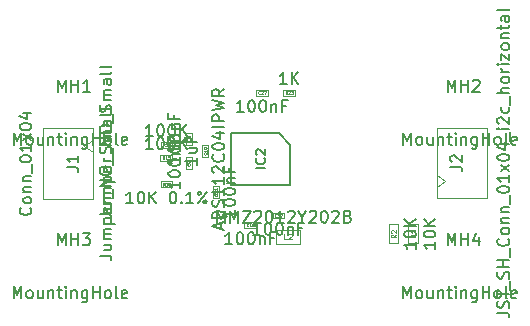
<source format=gbr>
G04 #@! TF.GenerationSoftware,KiCad,Pcbnew,(5.1.5-0)*
G04 #@! TF.CreationDate,2022-03-30T10:24:23-06:00*
G04 #@! TF.ProjectId,two-wire-single,74776f2d-7769-4726-952d-73696e676c65,rev?*
G04 #@! TF.SameCoordinates,Original*
G04 #@! TF.FileFunction,Other,Fab,Top*
%FSLAX46Y46*%
G04 Gerber Fmt 4.6, Leading zero omitted, Abs format (unit mm)*
G04 Created by KiCad (PCBNEW (5.1.5-0)) date 2022-03-30 10:24:23*
%MOMM*%
%LPD*%
G04 APERTURE LIST*
%ADD10C,0.100000*%
%ADD11C,0.150000*%
%ADD12C,0.060000*%
%ADD13C,0.040000*%
%ADD14C,0.080000*%
G04 APERTURE END LIST*
D10*
X134782107Y-92000000D02*
X134075000Y-91500000D01*
X134075000Y-92500000D02*
X134782107Y-92000000D01*
X134075000Y-87500000D02*
X138325000Y-87500000D01*
X134075000Y-93500000D02*
X138325000Y-93500000D01*
X138325000Y-93500000D02*
X138325000Y-87500000D01*
X134075000Y-93500000D02*
X134075000Y-87500000D01*
X130800000Y-95700000D02*
X130800000Y-97300000D01*
X130000000Y-95700000D02*
X130800000Y-95700000D01*
X130000000Y-97300000D02*
X130000000Y-95700000D01*
X130800000Y-97300000D02*
X130000000Y-97300000D01*
X132450000Y-95700000D02*
X132450000Y-97300000D01*
X131650000Y-95700000D02*
X132450000Y-95700000D01*
X131650000Y-97300000D02*
X131650000Y-95700000D01*
X132450000Y-97300000D02*
X131650000Y-97300000D01*
X121050000Y-84300000D02*
X122050000Y-84300000D01*
X121050000Y-84800000D02*
X121050000Y-84300000D01*
X122050000Y-84800000D02*
X121050000Y-84800000D01*
X122050000Y-84300000D02*
X122050000Y-84800000D01*
X110650000Y-89800000D02*
X111650000Y-89800000D01*
X110650000Y-90300000D02*
X110650000Y-89800000D01*
X111650000Y-90300000D02*
X110650000Y-90300000D01*
X111650000Y-89800000D02*
X111650000Y-90300000D01*
X110665000Y-88700000D02*
X111665000Y-88700000D01*
X110665000Y-89200000D02*
X110665000Y-88700000D01*
X111665000Y-89200000D02*
X110665000Y-89200000D01*
X111665000Y-88700000D02*
X111665000Y-89200000D01*
X111668000Y-92550000D02*
X110668000Y-92550000D01*
X111668000Y-92050000D02*
X111668000Y-92550000D01*
X110668000Y-92050000D02*
X111668000Y-92050000D01*
X110668000Y-92550000D02*
X110668000Y-92050000D01*
X119750000Y-84800000D02*
X118750000Y-84800000D01*
X119750000Y-84300000D02*
X119750000Y-84800000D01*
X118750000Y-84300000D02*
X119750000Y-84300000D01*
X118750000Y-84800000D02*
X118750000Y-84300000D01*
X118765000Y-96000000D02*
X117765000Y-96000000D01*
X118765000Y-95500000D02*
X118765000Y-96000000D01*
X117765000Y-95500000D02*
X118765000Y-95500000D01*
X117765000Y-96000000D02*
X117765000Y-95500000D01*
X121150000Y-95200000D02*
X120150000Y-95200000D01*
X121150000Y-94700000D02*
X121150000Y-95200000D01*
X120150000Y-94700000D02*
X121150000Y-94700000D01*
X120150000Y-95200000D02*
X120150000Y-94700000D01*
X115600000Y-92475000D02*
X115600000Y-93475000D01*
X115100000Y-92475000D02*
X115600000Y-92475000D01*
X115100000Y-93475000D02*
X115100000Y-92475000D01*
X115600000Y-93475000D02*
X115100000Y-93475000D01*
X114200000Y-89975000D02*
X114200000Y-88975000D01*
X114700000Y-89975000D02*
X114200000Y-89975000D01*
X114700000Y-88975000D02*
X114700000Y-89975000D01*
X114200000Y-88975000D02*
X114700000Y-88975000D01*
X112800000Y-91035000D02*
X112800000Y-90035000D01*
X113300000Y-91035000D02*
X112800000Y-91035000D01*
X113300000Y-90035000D02*
X113300000Y-91035000D01*
X112800000Y-90035000D02*
X113300000Y-90035000D01*
X112800000Y-88950000D02*
X112800000Y-87950000D01*
X113300000Y-88950000D02*
X112800000Y-88950000D01*
X113300000Y-87950000D02*
X113300000Y-88950000D01*
X112800000Y-87950000D02*
X113300000Y-87950000D01*
X104217893Y-89050000D02*
X104925000Y-89550000D01*
X104925000Y-88550000D02*
X104217893Y-89050000D01*
X104925000Y-93550000D02*
X100675000Y-93550000D01*
X104925000Y-87550000D02*
X100675000Y-87550000D01*
X100675000Y-87550000D02*
X100675000Y-93550000D01*
X104925000Y-87550000D02*
X104925000Y-93550000D01*
D11*
X120650000Y-87950000D02*
X121650000Y-88950000D01*
X116650000Y-87950000D02*
X120650000Y-87950000D01*
X116650000Y-92350000D02*
X116650000Y-87950000D01*
X121650000Y-92350000D02*
X116650000Y-92350000D01*
X121650000Y-88950000D02*
X121650000Y-92350000D01*
D10*
X120450000Y-96150000D02*
X122450000Y-96150000D01*
X120450000Y-97350000D02*
X120450000Y-96150000D01*
X122450000Y-97350000D02*
X120450000Y-97350000D01*
X122450000Y-96150000D02*
X122450000Y-97350000D01*
D11*
X139182380Y-103190476D02*
X139896666Y-103190476D01*
X140039523Y-103238095D01*
X140134761Y-103333333D01*
X140182380Y-103476190D01*
X140182380Y-103571428D01*
X140134761Y-102761904D02*
X140182380Y-102619047D01*
X140182380Y-102380952D01*
X140134761Y-102285714D01*
X140087142Y-102238095D01*
X139991904Y-102190476D01*
X139896666Y-102190476D01*
X139801428Y-102238095D01*
X139753809Y-102285714D01*
X139706190Y-102380952D01*
X139658571Y-102571428D01*
X139610952Y-102666666D01*
X139563333Y-102714285D01*
X139468095Y-102761904D01*
X139372857Y-102761904D01*
X139277619Y-102714285D01*
X139230000Y-102666666D01*
X139182380Y-102571428D01*
X139182380Y-102333333D01*
X139230000Y-102190476D01*
X139182380Y-101904761D02*
X139182380Y-101333333D01*
X140182380Y-101619047D02*
X139182380Y-101619047D01*
X140277619Y-101238095D02*
X140277619Y-100476190D01*
X140134761Y-100285714D02*
X140182380Y-100142857D01*
X140182380Y-99904761D01*
X140134761Y-99809523D01*
X140087142Y-99761904D01*
X139991904Y-99714285D01*
X139896666Y-99714285D01*
X139801428Y-99761904D01*
X139753809Y-99809523D01*
X139706190Y-99904761D01*
X139658571Y-100095238D01*
X139610952Y-100190476D01*
X139563333Y-100238095D01*
X139468095Y-100285714D01*
X139372857Y-100285714D01*
X139277619Y-100238095D01*
X139230000Y-100190476D01*
X139182380Y-100095238D01*
X139182380Y-99857142D01*
X139230000Y-99714285D01*
X140182380Y-99285714D02*
X139182380Y-99285714D01*
X139658571Y-99285714D02*
X139658571Y-98714285D01*
X140182380Y-98714285D02*
X139182380Y-98714285D01*
X140277619Y-98476190D02*
X140277619Y-97714285D01*
X140087142Y-96904761D02*
X140134761Y-96952380D01*
X140182380Y-97095238D01*
X140182380Y-97190476D01*
X140134761Y-97333333D01*
X140039523Y-97428571D01*
X139944285Y-97476190D01*
X139753809Y-97523809D01*
X139610952Y-97523809D01*
X139420476Y-97476190D01*
X139325238Y-97428571D01*
X139230000Y-97333333D01*
X139182380Y-97190476D01*
X139182380Y-97095238D01*
X139230000Y-96952380D01*
X139277619Y-96904761D01*
X140182380Y-96333333D02*
X140134761Y-96428571D01*
X140087142Y-96476190D01*
X139991904Y-96523809D01*
X139706190Y-96523809D01*
X139610952Y-96476190D01*
X139563333Y-96428571D01*
X139515714Y-96333333D01*
X139515714Y-96190476D01*
X139563333Y-96095238D01*
X139610952Y-96047619D01*
X139706190Y-96000000D01*
X139991904Y-96000000D01*
X140087142Y-96047619D01*
X140134761Y-96095238D01*
X140182380Y-96190476D01*
X140182380Y-96333333D01*
X139515714Y-95571428D02*
X140182380Y-95571428D01*
X139610952Y-95571428D02*
X139563333Y-95523809D01*
X139515714Y-95428571D01*
X139515714Y-95285714D01*
X139563333Y-95190476D01*
X139658571Y-95142857D01*
X140182380Y-95142857D01*
X139515714Y-94666666D02*
X140182380Y-94666666D01*
X139610952Y-94666666D02*
X139563333Y-94619047D01*
X139515714Y-94523809D01*
X139515714Y-94380952D01*
X139563333Y-94285714D01*
X139658571Y-94238095D01*
X140182380Y-94238095D01*
X140277619Y-94000000D02*
X140277619Y-93238095D01*
X139182380Y-92809523D02*
X139182380Y-92714285D01*
X139230000Y-92619047D01*
X139277619Y-92571428D01*
X139372857Y-92523809D01*
X139563333Y-92476190D01*
X139801428Y-92476190D01*
X139991904Y-92523809D01*
X140087142Y-92571428D01*
X140134761Y-92619047D01*
X140182380Y-92714285D01*
X140182380Y-92809523D01*
X140134761Y-92904761D01*
X140087142Y-92952380D01*
X139991904Y-93000000D01*
X139801428Y-93047619D01*
X139563333Y-93047619D01*
X139372857Y-93000000D01*
X139277619Y-92952380D01*
X139230000Y-92904761D01*
X139182380Y-92809523D01*
X140182380Y-91523809D02*
X140182380Y-92095238D01*
X140182380Y-91809523D02*
X139182380Y-91809523D01*
X139325238Y-91904761D01*
X139420476Y-92000000D01*
X139468095Y-92095238D01*
X140182380Y-91190476D02*
X139515714Y-90666666D01*
X139515714Y-91190476D02*
X140182380Y-90666666D01*
X139182380Y-90095238D02*
X139182380Y-90000000D01*
X139230000Y-89904761D01*
X139277619Y-89857142D01*
X139372857Y-89809523D01*
X139563333Y-89761904D01*
X139801428Y-89761904D01*
X139991904Y-89809523D01*
X140087142Y-89857142D01*
X140134761Y-89904761D01*
X140182380Y-90000000D01*
X140182380Y-90095238D01*
X140134761Y-90190476D01*
X140087142Y-90238095D01*
X139991904Y-90285714D01*
X139801428Y-90333333D01*
X139563333Y-90333333D01*
X139372857Y-90285714D01*
X139277619Y-90238095D01*
X139230000Y-90190476D01*
X139182380Y-90095238D01*
X139515714Y-88904761D02*
X140182380Y-88904761D01*
X139134761Y-89142857D02*
X139849047Y-89380952D01*
X139849047Y-88761904D01*
X140277619Y-88619047D02*
X140277619Y-87857142D01*
X140182380Y-87619047D02*
X139515714Y-87619047D01*
X139182380Y-87619047D02*
X139230000Y-87666666D01*
X139277619Y-87619047D01*
X139230000Y-87571428D01*
X139182380Y-87619047D01*
X139277619Y-87619047D01*
X139277619Y-87190476D02*
X139230000Y-87142857D01*
X139182380Y-87047619D01*
X139182380Y-86809523D01*
X139230000Y-86714285D01*
X139277619Y-86666666D01*
X139372857Y-86619047D01*
X139468095Y-86619047D01*
X139610952Y-86666666D01*
X140182380Y-87238095D01*
X140182380Y-86619047D01*
X140134761Y-85761904D02*
X140182380Y-85857142D01*
X140182380Y-86047619D01*
X140134761Y-86142857D01*
X140087142Y-86190476D01*
X139991904Y-86238095D01*
X139706190Y-86238095D01*
X139610952Y-86190476D01*
X139563333Y-86142857D01*
X139515714Y-86047619D01*
X139515714Y-85857142D01*
X139563333Y-85761904D01*
X140277619Y-85571428D02*
X140277619Y-84809523D01*
X140182380Y-84571428D02*
X139182380Y-84571428D01*
X140182380Y-84142857D02*
X139658571Y-84142857D01*
X139563333Y-84190476D01*
X139515714Y-84285714D01*
X139515714Y-84428571D01*
X139563333Y-84523809D01*
X139610952Y-84571428D01*
X140182380Y-83523809D02*
X140134761Y-83619047D01*
X140087142Y-83666666D01*
X139991904Y-83714285D01*
X139706190Y-83714285D01*
X139610952Y-83666666D01*
X139563333Y-83619047D01*
X139515714Y-83523809D01*
X139515714Y-83380952D01*
X139563333Y-83285714D01*
X139610952Y-83238095D01*
X139706190Y-83190476D01*
X139991904Y-83190476D01*
X140087142Y-83238095D01*
X140134761Y-83285714D01*
X140182380Y-83380952D01*
X140182380Y-83523809D01*
X140182380Y-82761904D02*
X139515714Y-82761904D01*
X139706190Y-82761904D02*
X139610952Y-82714285D01*
X139563333Y-82666666D01*
X139515714Y-82571428D01*
X139515714Y-82476190D01*
X140182380Y-82142857D02*
X139515714Y-82142857D01*
X139182380Y-82142857D02*
X139230000Y-82190476D01*
X139277619Y-82142857D01*
X139230000Y-82095238D01*
X139182380Y-82142857D01*
X139277619Y-82142857D01*
X139515714Y-81761904D02*
X139515714Y-81238095D01*
X140182380Y-81761904D01*
X140182380Y-81238095D01*
X140182380Y-80714285D02*
X140134761Y-80809523D01*
X140087142Y-80857142D01*
X139991904Y-80904761D01*
X139706190Y-80904761D01*
X139610952Y-80857142D01*
X139563333Y-80809523D01*
X139515714Y-80714285D01*
X139515714Y-80571428D01*
X139563333Y-80476190D01*
X139610952Y-80428571D01*
X139706190Y-80380952D01*
X139991904Y-80380952D01*
X140087142Y-80428571D01*
X140134761Y-80476190D01*
X140182380Y-80571428D01*
X140182380Y-80714285D01*
X139515714Y-79952380D02*
X140182380Y-79952380D01*
X139610952Y-79952380D02*
X139563333Y-79904761D01*
X139515714Y-79809523D01*
X139515714Y-79666666D01*
X139563333Y-79571428D01*
X139658571Y-79523809D01*
X140182380Y-79523809D01*
X139515714Y-79190476D02*
X139515714Y-78809523D01*
X139182380Y-79047619D02*
X140039523Y-79047619D01*
X140134761Y-79000000D01*
X140182380Y-78904761D01*
X140182380Y-78809523D01*
X140182380Y-78047619D02*
X139658571Y-78047619D01*
X139563333Y-78095238D01*
X139515714Y-78190476D01*
X139515714Y-78380952D01*
X139563333Y-78476190D01*
X140134761Y-78047619D02*
X140182380Y-78142857D01*
X140182380Y-78380952D01*
X140134761Y-78476190D01*
X140039523Y-78523809D01*
X139944285Y-78523809D01*
X139849047Y-78476190D01*
X139801428Y-78380952D01*
X139801428Y-78142857D01*
X139753809Y-78047619D01*
X140182380Y-77428571D02*
X140134761Y-77523809D01*
X140039523Y-77571428D01*
X139182380Y-77571428D01*
X135202380Y-90833333D02*
X135916666Y-90833333D01*
X136059523Y-90880952D01*
X136154761Y-90976190D01*
X136202380Y-91119047D01*
X136202380Y-91214285D01*
X135297619Y-90404761D02*
X135250000Y-90357142D01*
X135202380Y-90261904D01*
X135202380Y-90023809D01*
X135250000Y-89928571D01*
X135297619Y-89880952D01*
X135392857Y-89833333D01*
X135488095Y-89833333D01*
X135630952Y-89880952D01*
X136202380Y-90452380D01*
X136202380Y-89833333D01*
X132282380Y-97190476D02*
X132282380Y-97761904D01*
X132282380Y-97476190D02*
X131282380Y-97476190D01*
X131425238Y-97571428D01*
X131520476Y-97666666D01*
X131568095Y-97761904D01*
X131282380Y-96571428D02*
X131282380Y-96476190D01*
X131330000Y-96380952D01*
X131377619Y-96333333D01*
X131472857Y-96285714D01*
X131663333Y-96238095D01*
X131901428Y-96238095D01*
X132091904Y-96285714D01*
X132187142Y-96333333D01*
X132234761Y-96380952D01*
X132282380Y-96476190D01*
X132282380Y-96571428D01*
X132234761Y-96666666D01*
X132187142Y-96714285D01*
X132091904Y-96761904D01*
X131901428Y-96809523D01*
X131663333Y-96809523D01*
X131472857Y-96761904D01*
X131377619Y-96714285D01*
X131330000Y-96666666D01*
X131282380Y-96571428D01*
X132282380Y-95809523D02*
X131282380Y-95809523D01*
X132282380Y-95238095D02*
X131710952Y-95666666D01*
X131282380Y-95238095D02*
X131853809Y-95809523D01*
D12*
X130580952Y-96566666D02*
X130390476Y-96700000D01*
X130580952Y-96795238D02*
X130180952Y-96795238D01*
X130180952Y-96642857D01*
X130200000Y-96604761D01*
X130219047Y-96585714D01*
X130257142Y-96566666D01*
X130314285Y-96566666D01*
X130352380Y-96585714D01*
X130371428Y-96604761D01*
X130390476Y-96642857D01*
X130390476Y-96795238D01*
X130219047Y-96414285D02*
X130200000Y-96395238D01*
X130180952Y-96357142D01*
X130180952Y-96261904D01*
X130200000Y-96223809D01*
X130219047Y-96204761D01*
X130257142Y-96185714D01*
X130295238Y-96185714D01*
X130352380Y-96204761D01*
X130580952Y-96433333D01*
X130580952Y-96185714D01*
D11*
X133932380Y-97190476D02*
X133932380Y-97761904D01*
X133932380Y-97476190D02*
X132932380Y-97476190D01*
X133075238Y-97571428D01*
X133170476Y-97666666D01*
X133218095Y-97761904D01*
X132932380Y-96571428D02*
X132932380Y-96476190D01*
X132980000Y-96380952D01*
X133027619Y-96333333D01*
X133122857Y-96285714D01*
X133313333Y-96238095D01*
X133551428Y-96238095D01*
X133741904Y-96285714D01*
X133837142Y-96333333D01*
X133884761Y-96380952D01*
X133932380Y-96476190D01*
X133932380Y-96571428D01*
X133884761Y-96666666D01*
X133837142Y-96714285D01*
X133741904Y-96761904D01*
X133551428Y-96809523D01*
X133313333Y-96809523D01*
X133122857Y-96761904D01*
X133027619Y-96714285D01*
X132980000Y-96666666D01*
X132932380Y-96571428D01*
X133932380Y-95809523D02*
X132932380Y-95809523D01*
X133932380Y-95238095D02*
X133360952Y-95666666D01*
X132932380Y-95238095D02*
X133503809Y-95809523D01*
D12*
X132230952Y-96566666D02*
X132040476Y-96700000D01*
X132230952Y-96795238D02*
X131830952Y-96795238D01*
X131830952Y-96642857D01*
X131850000Y-96604761D01*
X131869047Y-96585714D01*
X131907142Y-96566666D01*
X131964285Y-96566666D01*
X132002380Y-96585714D01*
X132021428Y-96604761D01*
X132040476Y-96642857D01*
X132040476Y-96795238D01*
X132230952Y-96185714D02*
X132230952Y-96414285D01*
X132230952Y-96300000D02*
X131830952Y-96300000D01*
X131888095Y-96338095D01*
X131926190Y-96376190D01*
X131945238Y-96414285D01*
D11*
X98214285Y-88952380D02*
X98214285Y-87952380D01*
X98547619Y-88666666D01*
X98880952Y-87952380D01*
X98880952Y-88952380D01*
X99500000Y-88952380D02*
X99404761Y-88904761D01*
X99357142Y-88857142D01*
X99309523Y-88761904D01*
X99309523Y-88476190D01*
X99357142Y-88380952D01*
X99404761Y-88333333D01*
X99500000Y-88285714D01*
X99642857Y-88285714D01*
X99738095Y-88333333D01*
X99785714Y-88380952D01*
X99833333Y-88476190D01*
X99833333Y-88761904D01*
X99785714Y-88857142D01*
X99738095Y-88904761D01*
X99642857Y-88952380D01*
X99500000Y-88952380D01*
X100690476Y-88285714D02*
X100690476Y-88952380D01*
X100261904Y-88285714D02*
X100261904Y-88809523D01*
X100309523Y-88904761D01*
X100404761Y-88952380D01*
X100547619Y-88952380D01*
X100642857Y-88904761D01*
X100690476Y-88857142D01*
X101166666Y-88285714D02*
X101166666Y-88952380D01*
X101166666Y-88380952D02*
X101214285Y-88333333D01*
X101309523Y-88285714D01*
X101452380Y-88285714D01*
X101547619Y-88333333D01*
X101595238Y-88428571D01*
X101595238Y-88952380D01*
X101928571Y-88285714D02*
X102309523Y-88285714D01*
X102071428Y-87952380D02*
X102071428Y-88809523D01*
X102119047Y-88904761D01*
X102214285Y-88952380D01*
X102309523Y-88952380D01*
X102642857Y-88952380D02*
X102642857Y-88285714D01*
X102642857Y-87952380D02*
X102595238Y-88000000D01*
X102642857Y-88047619D01*
X102690476Y-88000000D01*
X102642857Y-87952380D01*
X102642857Y-88047619D01*
X103119047Y-88285714D02*
X103119047Y-88952380D01*
X103119047Y-88380952D02*
X103166666Y-88333333D01*
X103261904Y-88285714D01*
X103404761Y-88285714D01*
X103500000Y-88333333D01*
X103547619Y-88428571D01*
X103547619Y-88952380D01*
X104452380Y-88285714D02*
X104452380Y-89095238D01*
X104404761Y-89190476D01*
X104357142Y-89238095D01*
X104261904Y-89285714D01*
X104119047Y-89285714D01*
X104023809Y-89238095D01*
X104452380Y-88904761D02*
X104357142Y-88952380D01*
X104166666Y-88952380D01*
X104071428Y-88904761D01*
X104023809Y-88857142D01*
X103976190Y-88761904D01*
X103976190Y-88476190D01*
X104023809Y-88380952D01*
X104071428Y-88333333D01*
X104166666Y-88285714D01*
X104357142Y-88285714D01*
X104452380Y-88333333D01*
X104928571Y-88952380D02*
X104928571Y-87952380D01*
X104928571Y-88428571D02*
X105500000Y-88428571D01*
X105500000Y-88952380D02*
X105500000Y-87952380D01*
X106119047Y-88952380D02*
X106023809Y-88904761D01*
X105976190Y-88857142D01*
X105928571Y-88761904D01*
X105928571Y-88476190D01*
X105976190Y-88380952D01*
X106023809Y-88333333D01*
X106119047Y-88285714D01*
X106261904Y-88285714D01*
X106357142Y-88333333D01*
X106404761Y-88380952D01*
X106452380Y-88476190D01*
X106452380Y-88761904D01*
X106404761Y-88857142D01*
X106357142Y-88904761D01*
X106261904Y-88952380D01*
X106119047Y-88952380D01*
X107023809Y-88952380D02*
X106928571Y-88904761D01*
X106880952Y-88809523D01*
X106880952Y-87952380D01*
X107785714Y-88904761D02*
X107690476Y-88952380D01*
X107500000Y-88952380D01*
X107404761Y-88904761D01*
X107357142Y-88809523D01*
X107357142Y-88428571D01*
X107404761Y-88333333D01*
X107500000Y-88285714D01*
X107690476Y-88285714D01*
X107785714Y-88333333D01*
X107833333Y-88428571D01*
X107833333Y-88523809D01*
X107357142Y-88619047D01*
X101966666Y-84452380D02*
X101966666Y-83452380D01*
X102300000Y-84166666D01*
X102633333Y-83452380D01*
X102633333Y-84452380D01*
X103109523Y-84452380D02*
X103109523Y-83452380D01*
X103109523Y-83928571D02*
X103680952Y-83928571D01*
X103680952Y-84452380D02*
X103680952Y-83452380D01*
X104680952Y-84452380D02*
X104109523Y-84452380D01*
X104395238Y-84452380D02*
X104395238Y-83452380D01*
X104300000Y-83595238D01*
X104204761Y-83690476D01*
X104109523Y-83738095D01*
X131214285Y-88952380D02*
X131214285Y-87952380D01*
X131547619Y-88666666D01*
X131880952Y-87952380D01*
X131880952Y-88952380D01*
X132500000Y-88952380D02*
X132404761Y-88904761D01*
X132357142Y-88857142D01*
X132309523Y-88761904D01*
X132309523Y-88476190D01*
X132357142Y-88380952D01*
X132404761Y-88333333D01*
X132500000Y-88285714D01*
X132642857Y-88285714D01*
X132738095Y-88333333D01*
X132785714Y-88380952D01*
X132833333Y-88476190D01*
X132833333Y-88761904D01*
X132785714Y-88857142D01*
X132738095Y-88904761D01*
X132642857Y-88952380D01*
X132500000Y-88952380D01*
X133690476Y-88285714D02*
X133690476Y-88952380D01*
X133261904Y-88285714D02*
X133261904Y-88809523D01*
X133309523Y-88904761D01*
X133404761Y-88952380D01*
X133547619Y-88952380D01*
X133642857Y-88904761D01*
X133690476Y-88857142D01*
X134166666Y-88285714D02*
X134166666Y-88952380D01*
X134166666Y-88380952D02*
X134214285Y-88333333D01*
X134309523Y-88285714D01*
X134452380Y-88285714D01*
X134547619Y-88333333D01*
X134595238Y-88428571D01*
X134595238Y-88952380D01*
X134928571Y-88285714D02*
X135309523Y-88285714D01*
X135071428Y-87952380D02*
X135071428Y-88809523D01*
X135119047Y-88904761D01*
X135214285Y-88952380D01*
X135309523Y-88952380D01*
X135642857Y-88952380D02*
X135642857Y-88285714D01*
X135642857Y-87952380D02*
X135595238Y-88000000D01*
X135642857Y-88047619D01*
X135690476Y-88000000D01*
X135642857Y-87952380D01*
X135642857Y-88047619D01*
X136119047Y-88285714D02*
X136119047Y-88952380D01*
X136119047Y-88380952D02*
X136166666Y-88333333D01*
X136261904Y-88285714D01*
X136404761Y-88285714D01*
X136500000Y-88333333D01*
X136547619Y-88428571D01*
X136547619Y-88952380D01*
X137452380Y-88285714D02*
X137452380Y-89095238D01*
X137404761Y-89190476D01*
X137357142Y-89238095D01*
X137261904Y-89285714D01*
X137119047Y-89285714D01*
X137023809Y-89238095D01*
X137452380Y-88904761D02*
X137357142Y-88952380D01*
X137166666Y-88952380D01*
X137071428Y-88904761D01*
X137023809Y-88857142D01*
X136976190Y-88761904D01*
X136976190Y-88476190D01*
X137023809Y-88380952D01*
X137071428Y-88333333D01*
X137166666Y-88285714D01*
X137357142Y-88285714D01*
X137452380Y-88333333D01*
X137928571Y-88952380D02*
X137928571Y-87952380D01*
X137928571Y-88428571D02*
X138500000Y-88428571D01*
X138500000Y-88952380D02*
X138500000Y-87952380D01*
X139119047Y-88952380D02*
X139023809Y-88904761D01*
X138976190Y-88857142D01*
X138928571Y-88761904D01*
X138928571Y-88476190D01*
X138976190Y-88380952D01*
X139023809Y-88333333D01*
X139119047Y-88285714D01*
X139261904Y-88285714D01*
X139357142Y-88333333D01*
X139404761Y-88380952D01*
X139452380Y-88476190D01*
X139452380Y-88761904D01*
X139404761Y-88857142D01*
X139357142Y-88904761D01*
X139261904Y-88952380D01*
X139119047Y-88952380D01*
X140023809Y-88952380D02*
X139928571Y-88904761D01*
X139880952Y-88809523D01*
X139880952Y-87952380D01*
X140785714Y-88904761D02*
X140690476Y-88952380D01*
X140500000Y-88952380D01*
X140404761Y-88904761D01*
X140357142Y-88809523D01*
X140357142Y-88428571D01*
X140404761Y-88333333D01*
X140500000Y-88285714D01*
X140690476Y-88285714D01*
X140785714Y-88333333D01*
X140833333Y-88428571D01*
X140833333Y-88523809D01*
X140357142Y-88619047D01*
X134966666Y-84452380D02*
X134966666Y-83452380D01*
X135300000Y-84166666D01*
X135633333Y-83452380D01*
X135633333Y-84452380D01*
X136109523Y-84452380D02*
X136109523Y-83452380D01*
X136109523Y-83928571D02*
X136680952Y-83928571D01*
X136680952Y-84452380D02*
X136680952Y-83452380D01*
X137109523Y-83547619D02*
X137157142Y-83500000D01*
X137252380Y-83452380D01*
X137490476Y-83452380D01*
X137585714Y-83500000D01*
X137633333Y-83547619D01*
X137680952Y-83642857D01*
X137680952Y-83738095D01*
X137633333Y-83880952D01*
X137061904Y-84452380D01*
X137680952Y-84452380D01*
X98214285Y-101952380D02*
X98214285Y-100952380D01*
X98547619Y-101666666D01*
X98880952Y-100952380D01*
X98880952Y-101952380D01*
X99500000Y-101952380D02*
X99404761Y-101904761D01*
X99357142Y-101857142D01*
X99309523Y-101761904D01*
X99309523Y-101476190D01*
X99357142Y-101380952D01*
X99404761Y-101333333D01*
X99500000Y-101285714D01*
X99642857Y-101285714D01*
X99738095Y-101333333D01*
X99785714Y-101380952D01*
X99833333Y-101476190D01*
X99833333Y-101761904D01*
X99785714Y-101857142D01*
X99738095Y-101904761D01*
X99642857Y-101952380D01*
X99500000Y-101952380D01*
X100690476Y-101285714D02*
X100690476Y-101952380D01*
X100261904Y-101285714D02*
X100261904Y-101809523D01*
X100309523Y-101904761D01*
X100404761Y-101952380D01*
X100547619Y-101952380D01*
X100642857Y-101904761D01*
X100690476Y-101857142D01*
X101166666Y-101285714D02*
X101166666Y-101952380D01*
X101166666Y-101380952D02*
X101214285Y-101333333D01*
X101309523Y-101285714D01*
X101452380Y-101285714D01*
X101547619Y-101333333D01*
X101595238Y-101428571D01*
X101595238Y-101952380D01*
X101928571Y-101285714D02*
X102309523Y-101285714D01*
X102071428Y-100952380D02*
X102071428Y-101809523D01*
X102119047Y-101904761D01*
X102214285Y-101952380D01*
X102309523Y-101952380D01*
X102642857Y-101952380D02*
X102642857Y-101285714D01*
X102642857Y-100952380D02*
X102595238Y-101000000D01*
X102642857Y-101047619D01*
X102690476Y-101000000D01*
X102642857Y-100952380D01*
X102642857Y-101047619D01*
X103119047Y-101285714D02*
X103119047Y-101952380D01*
X103119047Y-101380952D02*
X103166666Y-101333333D01*
X103261904Y-101285714D01*
X103404761Y-101285714D01*
X103500000Y-101333333D01*
X103547619Y-101428571D01*
X103547619Y-101952380D01*
X104452380Y-101285714D02*
X104452380Y-102095238D01*
X104404761Y-102190476D01*
X104357142Y-102238095D01*
X104261904Y-102285714D01*
X104119047Y-102285714D01*
X104023809Y-102238095D01*
X104452380Y-101904761D02*
X104357142Y-101952380D01*
X104166666Y-101952380D01*
X104071428Y-101904761D01*
X104023809Y-101857142D01*
X103976190Y-101761904D01*
X103976190Y-101476190D01*
X104023809Y-101380952D01*
X104071428Y-101333333D01*
X104166666Y-101285714D01*
X104357142Y-101285714D01*
X104452380Y-101333333D01*
X104928571Y-101952380D02*
X104928571Y-100952380D01*
X104928571Y-101428571D02*
X105500000Y-101428571D01*
X105500000Y-101952380D02*
X105500000Y-100952380D01*
X106119047Y-101952380D02*
X106023809Y-101904761D01*
X105976190Y-101857142D01*
X105928571Y-101761904D01*
X105928571Y-101476190D01*
X105976190Y-101380952D01*
X106023809Y-101333333D01*
X106119047Y-101285714D01*
X106261904Y-101285714D01*
X106357142Y-101333333D01*
X106404761Y-101380952D01*
X106452380Y-101476190D01*
X106452380Y-101761904D01*
X106404761Y-101857142D01*
X106357142Y-101904761D01*
X106261904Y-101952380D01*
X106119047Y-101952380D01*
X107023809Y-101952380D02*
X106928571Y-101904761D01*
X106880952Y-101809523D01*
X106880952Y-100952380D01*
X107785714Y-101904761D02*
X107690476Y-101952380D01*
X107500000Y-101952380D01*
X107404761Y-101904761D01*
X107357142Y-101809523D01*
X107357142Y-101428571D01*
X107404761Y-101333333D01*
X107500000Y-101285714D01*
X107690476Y-101285714D01*
X107785714Y-101333333D01*
X107833333Y-101428571D01*
X107833333Y-101523809D01*
X107357142Y-101619047D01*
X101966666Y-97452380D02*
X101966666Y-96452380D01*
X102300000Y-97166666D01*
X102633333Y-96452380D01*
X102633333Y-97452380D01*
X103109523Y-97452380D02*
X103109523Y-96452380D01*
X103109523Y-96928571D02*
X103680952Y-96928571D01*
X103680952Y-97452380D02*
X103680952Y-96452380D01*
X104061904Y-96452380D02*
X104680952Y-96452380D01*
X104347619Y-96833333D01*
X104490476Y-96833333D01*
X104585714Y-96880952D01*
X104633333Y-96928571D01*
X104680952Y-97023809D01*
X104680952Y-97261904D01*
X104633333Y-97357142D01*
X104585714Y-97404761D01*
X104490476Y-97452380D01*
X104204761Y-97452380D01*
X104109523Y-97404761D01*
X104061904Y-97357142D01*
X131214285Y-101952380D02*
X131214285Y-100952380D01*
X131547619Y-101666666D01*
X131880952Y-100952380D01*
X131880952Y-101952380D01*
X132500000Y-101952380D02*
X132404761Y-101904761D01*
X132357142Y-101857142D01*
X132309523Y-101761904D01*
X132309523Y-101476190D01*
X132357142Y-101380952D01*
X132404761Y-101333333D01*
X132500000Y-101285714D01*
X132642857Y-101285714D01*
X132738095Y-101333333D01*
X132785714Y-101380952D01*
X132833333Y-101476190D01*
X132833333Y-101761904D01*
X132785714Y-101857142D01*
X132738095Y-101904761D01*
X132642857Y-101952380D01*
X132500000Y-101952380D01*
X133690476Y-101285714D02*
X133690476Y-101952380D01*
X133261904Y-101285714D02*
X133261904Y-101809523D01*
X133309523Y-101904761D01*
X133404761Y-101952380D01*
X133547619Y-101952380D01*
X133642857Y-101904761D01*
X133690476Y-101857142D01*
X134166666Y-101285714D02*
X134166666Y-101952380D01*
X134166666Y-101380952D02*
X134214285Y-101333333D01*
X134309523Y-101285714D01*
X134452380Y-101285714D01*
X134547619Y-101333333D01*
X134595238Y-101428571D01*
X134595238Y-101952380D01*
X134928571Y-101285714D02*
X135309523Y-101285714D01*
X135071428Y-100952380D02*
X135071428Y-101809523D01*
X135119047Y-101904761D01*
X135214285Y-101952380D01*
X135309523Y-101952380D01*
X135642857Y-101952380D02*
X135642857Y-101285714D01*
X135642857Y-100952380D02*
X135595238Y-101000000D01*
X135642857Y-101047619D01*
X135690476Y-101000000D01*
X135642857Y-100952380D01*
X135642857Y-101047619D01*
X136119047Y-101285714D02*
X136119047Y-101952380D01*
X136119047Y-101380952D02*
X136166666Y-101333333D01*
X136261904Y-101285714D01*
X136404761Y-101285714D01*
X136500000Y-101333333D01*
X136547619Y-101428571D01*
X136547619Y-101952380D01*
X137452380Y-101285714D02*
X137452380Y-102095238D01*
X137404761Y-102190476D01*
X137357142Y-102238095D01*
X137261904Y-102285714D01*
X137119047Y-102285714D01*
X137023809Y-102238095D01*
X137452380Y-101904761D02*
X137357142Y-101952380D01*
X137166666Y-101952380D01*
X137071428Y-101904761D01*
X137023809Y-101857142D01*
X136976190Y-101761904D01*
X136976190Y-101476190D01*
X137023809Y-101380952D01*
X137071428Y-101333333D01*
X137166666Y-101285714D01*
X137357142Y-101285714D01*
X137452380Y-101333333D01*
X137928571Y-101952380D02*
X137928571Y-100952380D01*
X137928571Y-101428571D02*
X138500000Y-101428571D01*
X138500000Y-101952380D02*
X138500000Y-100952380D01*
X139119047Y-101952380D02*
X139023809Y-101904761D01*
X138976190Y-101857142D01*
X138928571Y-101761904D01*
X138928571Y-101476190D01*
X138976190Y-101380952D01*
X139023809Y-101333333D01*
X139119047Y-101285714D01*
X139261904Y-101285714D01*
X139357142Y-101333333D01*
X139404761Y-101380952D01*
X139452380Y-101476190D01*
X139452380Y-101761904D01*
X139404761Y-101857142D01*
X139357142Y-101904761D01*
X139261904Y-101952380D01*
X139119047Y-101952380D01*
X140023809Y-101952380D02*
X139928571Y-101904761D01*
X139880952Y-101809523D01*
X139880952Y-100952380D01*
X140785714Y-101904761D02*
X140690476Y-101952380D01*
X140500000Y-101952380D01*
X140404761Y-101904761D01*
X140357142Y-101809523D01*
X140357142Y-101428571D01*
X140404761Y-101333333D01*
X140500000Y-101285714D01*
X140690476Y-101285714D01*
X140785714Y-101333333D01*
X140833333Y-101428571D01*
X140833333Y-101523809D01*
X140357142Y-101619047D01*
X134966666Y-97452380D02*
X134966666Y-96452380D01*
X135300000Y-97166666D01*
X135633333Y-96452380D01*
X135633333Y-97452380D01*
X136109523Y-97452380D02*
X136109523Y-96452380D01*
X136109523Y-96928571D02*
X136680952Y-96928571D01*
X136680952Y-97452380D02*
X136680952Y-96452380D01*
X137585714Y-96785714D02*
X137585714Y-97452380D01*
X137347619Y-96404761D02*
X137109523Y-97119047D01*
X137728571Y-97119047D01*
X105502380Y-98345238D02*
X106216666Y-98345238D01*
X106359523Y-98392857D01*
X106454761Y-98488095D01*
X106502380Y-98630952D01*
X106502380Y-98726190D01*
X105835714Y-97440476D02*
X106502380Y-97440476D01*
X105835714Y-97869047D02*
X106359523Y-97869047D01*
X106454761Y-97821428D01*
X106502380Y-97726190D01*
X106502380Y-97583333D01*
X106454761Y-97488095D01*
X106407142Y-97440476D01*
X106502380Y-96964285D02*
X105835714Y-96964285D01*
X105930952Y-96964285D02*
X105883333Y-96916666D01*
X105835714Y-96821428D01*
X105835714Y-96678571D01*
X105883333Y-96583333D01*
X105978571Y-96535714D01*
X106502380Y-96535714D01*
X105978571Y-96535714D02*
X105883333Y-96488095D01*
X105835714Y-96392857D01*
X105835714Y-96250000D01*
X105883333Y-96154761D01*
X105978571Y-96107142D01*
X106502380Y-96107142D01*
X105835714Y-95630952D02*
X106835714Y-95630952D01*
X105883333Y-95630952D02*
X105835714Y-95535714D01*
X105835714Y-95345238D01*
X105883333Y-95250000D01*
X105930952Y-95202380D01*
X106026190Y-95154761D01*
X106311904Y-95154761D01*
X106407142Y-95202380D01*
X106454761Y-95250000D01*
X106502380Y-95345238D01*
X106502380Y-95535714D01*
X106454761Y-95630952D01*
X106454761Y-94345238D02*
X106502380Y-94440476D01*
X106502380Y-94630952D01*
X106454761Y-94726190D01*
X106359523Y-94773809D01*
X105978571Y-94773809D01*
X105883333Y-94726190D01*
X105835714Y-94630952D01*
X105835714Y-94440476D01*
X105883333Y-94345238D01*
X105978571Y-94297619D01*
X106073809Y-94297619D01*
X106169047Y-94773809D01*
X106502380Y-93869047D02*
X105835714Y-93869047D01*
X106026190Y-93869047D02*
X105930952Y-93821428D01*
X105883333Y-93773809D01*
X105835714Y-93678571D01*
X105835714Y-93583333D01*
X106597619Y-93488095D02*
X106597619Y-92726190D01*
X106502380Y-92488095D02*
X105502380Y-92488095D01*
X106502380Y-91916666D01*
X105502380Y-91916666D01*
X105502380Y-91250000D02*
X105502380Y-91059523D01*
X105550000Y-90964285D01*
X105645238Y-90869047D01*
X105835714Y-90821428D01*
X106169047Y-90821428D01*
X106359523Y-90869047D01*
X106454761Y-90964285D01*
X106502380Y-91059523D01*
X106502380Y-91250000D01*
X106454761Y-91345238D01*
X106359523Y-91440476D01*
X106169047Y-91488095D01*
X105835714Y-91488095D01*
X105645238Y-91440476D01*
X105550000Y-91345238D01*
X105502380Y-91250000D01*
X106597619Y-90630952D02*
X106597619Y-89869047D01*
X106454761Y-89678571D02*
X106502380Y-89535714D01*
X106502380Y-89297619D01*
X106454761Y-89202380D01*
X106407142Y-89154761D01*
X106311904Y-89107142D01*
X106216666Y-89107142D01*
X106121428Y-89154761D01*
X106073809Y-89202380D01*
X106026190Y-89297619D01*
X105978571Y-89488095D01*
X105930952Y-89583333D01*
X105883333Y-89630952D01*
X105788095Y-89678571D01*
X105692857Y-89678571D01*
X105597619Y-89630952D01*
X105550000Y-89583333D01*
X105502380Y-89488095D01*
X105502380Y-89250000D01*
X105550000Y-89107142D01*
X106502380Y-88678571D02*
X105835714Y-88678571D01*
X105930952Y-88678571D02*
X105883333Y-88630952D01*
X105835714Y-88535714D01*
X105835714Y-88392857D01*
X105883333Y-88297619D01*
X105978571Y-88250000D01*
X106502380Y-88250000D01*
X105978571Y-88250000D02*
X105883333Y-88202380D01*
X105835714Y-88107142D01*
X105835714Y-87964285D01*
X105883333Y-87869047D01*
X105978571Y-87821428D01*
X106502380Y-87821428D01*
X106502380Y-86916666D02*
X105978571Y-86916666D01*
X105883333Y-86964285D01*
X105835714Y-87059523D01*
X105835714Y-87250000D01*
X105883333Y-87345238D01*
X106454761Y-86916666D02*
X106502380Y-87011904D01*
X106502380Y-87250000D01*
X106454761Y-87345238D01*
X106359523Y-87392857D01*
X106264285Y-87392857D01*
X106169047Y-87345238D01*
X106121428Y-87250000D01*
X106121428Y-87011904D01*
X106073809Y-86916666D01*
X106502380Y-86297619D02*
X106454761Y-86392857D01*
X106359523Y-86440476D01*
X105502380Y-86440476D01*
X106502380Y-85773809D02*
X106454761Y-85869047D01*
X106359523Y-85916666D01*
X105502380Y-85916666D01*
X105502380Y-94845238D02*
X106216666Y-94845238D01*
X106359523Y-94892857D01*
X106454761Y-94988095D01*
X106502380Y-95130952D01*
X106502380Y-95226190D01*
X105835714Y-93940476D02*
X106502380Y-93940476D01*
X105835714Y-94369047D02*
X106359523Y-94369047D01*
X106454761Y-94321428D01*
X106502380Y-94226190D01*
X106502380Y-94083333D01*
X106454761Y-93988095D01*
X106407142Y-93940476D01*
X106502380Y-93464285D02*
X105835714Y-93464285D01*
X105930952Y-93464285D02*
X105883333Y-93416666D01*
X105835714Y-93321428D01*
X105835714Y-93178571D01*
X105883333Y-93083333D01*
X105978571Y-93035714D01*
X106502380Y-93035714D01*
X105978571Y-93035714D02*
X105883333Y-92988095D01*
X105835714Y-92892857D01*
X105835714Y-92750000D01*
X105883333Y-92654761D01*
X105978571Y-92607142D01*
X106502380Y-92607142D01*
X105835714Y-92130952D02*
X106835714Y-92130952D01*
X105883333Y-92130952D02*
X105835714Y-92035714D01*
X105835714Y-91845238D01*
X105883333Y-91750000D01*
X105930952Y-91702380D01*
X106026190Y-91654761D01*
X106311904Y-91654761D01*
X106407142Y-91702380D01*
X106454761Y-91750000D01*
X106502380Y-91845238D01*
X106502380Y-92035714D01*
X106454761Y-92130952D01*
X106454761Y-90845238D02*
X106502380Y-90940476D01*
X106502380Y-91130952D01*
X106454761Y-91226190D01*
X106359523Y-91273809D01*
X105978571Y-91273809D01*
X105883333Y-91226190D01*
X105835714Y-91130952D01*
X105835714Y-90940476D01*
X105883333Y-90845238D01*
X105978571Y-90797619D01*
X106073809Y-90797619D01*
X106169047Y-91273809D01*
X106502380Y-90369047D02*
X105835714Y-90369047D01*
X106026190Y-90369047D02*
X105930952Y-90321428D01*
X105883333Y-90273809D01*
X105835714Y-90178571D01*
X105835714Y-90083333D01*
X106597619Y-89988095D02*
X106597619Y-89226190D01*
X106502380Y-88988095D02*
X105502380Y-88988095D01*
X106502380Y-88416666D01*
X105502380Y-88416666D01*
X105502380Y-87750000D02*
X105502380Y-87559523D01*
X105550000Y-87464285D01*
X105645238Y-87369047D01*
X105835714Y-87321428D01*
X106169047Y-87321428D01*
X106359523Y-87369047D01*
X106454761Y-87464285D01*
X106502380Y-87559523D01*
X106502380Y-87750000D01*
X106454761Y-87845238D01*
X106359523Y-87940476D01*
X106169047Y-87988095D01*
X105835714Y-87988095D01*
X105645238Y-87940476D01*
X105550000Y-87845238D01*
X105502380Y-87750000D01*
X106597619Y-87130952D02*
X106597619Y-86369047D01*
X106454761Y-86178571D02*
X106502380Y-86035714D01*
X106502380Y-85797619D01*
X106454761Y-85702380D01*
X106407142Y-85654761D01*
X106311904Y-85607142D01*
X106216666Y-85607142D01*
X106121428Y-85654761D01*
X106073809Y-85702380D01*
X106026190Y-85797619D01*
X105978571Y-85988095D01*
X105930952Y-86083333D01*
X105883333Y-86130952D01*
X105788095Y-86178571D01*
X105692857Y-86178571D01*
X105597619Y-86130952D01*
X105550000Y-86083333D01*
X105502380Y-85988095D01*
X105502380Y-85750000D01*
X105550000Y-85607142D01*
X106502380Y-85178571D02*
X105835714Y-85178571D01*
X105930952Y-85178571D02*
X105883333Y-85130952D01*
X105835714Y-85035714D01*
X105835714Y-84892857D01*
X105883333Y-84797619D01*
X105978571Y-84750000D01*
X106502380Y-84750000D01*
X105978571Y-84750000D02*
X105883333Y-84702380D01*
X105835714Y-84607142D01*
X105835714Y-84464285D01*
X105883333Y-84369047D01*
X105978571Y-84321428D01*
X106502380Y-84321428D01*
X106502380Y-83416666D02*
X105978571Y-83416666D01*
X105883333Y-83464285D01*
X105835714Y-83559523D01*
X105835714Y-83750000D01*
X105883333Y-83845238D01*
X106454761Y-83416666D02*
X106502380Y-83511904D01*
X106502380Y-83750000D01*
X106454761Y-83845238D01*
X106359523Y-83892857D01*
X106264285Y-83892857D01*
X106169047Y-83845238D01*
X106121428Y-83750000D01*
X106121428Y-83511904D01*
X106073809Y-83416666D01*
X106502380Y-82797619D02*
X106454761Y-82892857D01*
X106359523Y-82940476D01*
X105502380Y-82940476D01*
X106502380Y-82273809D02*
X106454761Y-82369047D01*
X106359523Y-82416666D01*
X105502380Y-82416666D01*
X121335714Y-83832380D02*
X120764285Y-83832380D01*
X121050000Y-83832380D02*
X121050000Y-82832380D01*
X120954761Y-82975238D01*
X120859523Y-83070476D01*
X120764285Y-83118095D01*
X121764285Y-83832380D02*
X121764285Y-82832380D01*
X122335714Y-83832380D02*
X121907142Y-83260952D01*
X122335714Y-82832380D02*
X121764285Y-83403809D01*
D13*
X121389285Y-84663095D02*
X121305952Y-84544047D01*
X121246428Y-84663095D02*
X121246428Y-84413095D01*
X121341666Y-84413095D01*
X121365476Y-84425000D01*
X121377380Y-84436904D01*
X121389285Y-84460714D01*
X121389285Y-84496428D01*
X121377380Y-84520238D01*
X121365476Y-84532142D01*
X121341666Y-84544047D01*
X121246428Y-84544047D01*
X121484523Y-84436904D02*
X121496428Y-84425000D01*
X121520238Y-84413095D01*
X121579761Y-84413095D01*
X121603571Y-84425000D01*
X121615476Y-84436904D01*
X121627380Y-84460714D01*
X121627380Y-84484523D01*
X121615476Y-84520238D01*
X121472619Y-84663095D01*
X121627380Y-84663095D01*
X121710714Y-84413095D02*
X121865476Y-84413095D01*
X121782142Y-84508333D01*
X121817857Y-84508333D01*
X121841666Y-84520238D01*
X121853571Y-84532142D01*
X121865476Y-84555952D01*
X121865476Y-84615476D01*
X121853571Y-84639285D01*
X121841666Y-84651190D01*
X121817857Y-84663095D01*
X121746428Y-84663095D01*
X121722619Y-84651190D01*
X121710714Y-84639285D01*
D11*
X109983333Y-89332380D02*
X109411904Y-89332380D01*
X109697619Y-89332380D02*
X109697619Y-88332380D01*
X109602380Y-88475238D01*
X109507142Y-88570476D01*
X109411904Y-88618095D01*
X110602380Y-88332380D02*
X110697619Y-88332380D01*
X110792857Y-88380000D01*
X110840476Y-88427619D01*
X110888095Y-88522857D01*
X110935714Y-88713333D01*
X110935714Y-88951428D01*
X110888095Y-89141904D01*
X110840476Y-89237142D01*
X110792857Y-89284761D01*
X110697619Y-89332380D01*
X110602380Y-89332380D01*
X110507142Y-89284761D01*
X110459523Y-89237142D01*
X110411904Y-89141904D01*
X110364285Y-88951428D01*
X110364285Y-88713333D01*
X110411904Y-88522857D01*
X110459523Y-88427619D01*
X110507142Y-88380000D01*
X110602380Y-88332380D01*
X111554761Y-88332380D02*
X111650000Y-88332380D01*
X111745238Y-88380000D01*
X111792857Y-88427619D01*
X111840476Y-88522857D01*
X111888095Y-88713333D01*
X111888095Y-88951428D01*
X111840476Y-89141904D01*
X111792857Y-89237142D01*
X111745238Y-89284761D01*
X111650000Y-89332380D01*
X111554761Y-89332380D01*
X111459523Y-89284761D01*
X111411904Y-89237142D01*
X111364285Y-89141904D01*
X111316666Y-88951428D01*
X111316666Y-88713333D01*
X111364285Y-88522857D01*
X111411904Y-88427619D01*
X111459523Y-88380000D01*
X111554761Y-88332380D01*
X112316666Y-89332380D02*
X112316666Y-88332380D01*
X112888095Y-89332380D02*
X112459523Y-88760952D01*
X112888095Y-88332380D02*
X112316666Y-88903809D01*
D13*
X110989285Y-90163095D02*
X110905952Y-90044047D01*
X110846428Y-90163095D02*
X110846428Y-89913095D01*
X110941666Y-89913095D01*
X110965476Y-89925000D01*
X110977380Y-89936904D01*
X110989285Y-89960714D01*
X110989285Y-89996428D01*
X110977380Y-90020238D01*
X110965476Y-90032142D01*
X110941666Y-90044047D01*
X110846428Y-90044047D01*
X111227380Y-90163095D02*
X111084523Y-90163095D01*
X111155952Y-90163095D02*
X111155952Y-89913095D01*
X111132142Y-89948809D01*
X111108333Y-89972619D01*
X111084523Y-89984523D01*
X111453571Y-89913095D02*
X111334523Y-89913095D01*
X111322619Y-90032142D01*
X111334523Y-90020238D01*
X111358333Y-90008333D01*
X111417857Y-90008333D01*
X111441666Y-90020238D01*
X111453571Y-90032142D01*
X111465476Y-90055952D01*
X111465476Y-90115476D01*
X111453571Y-90139285D01*
X111441666Y-90151190D01*
X111417857Y-90163095D01*
X111358333Y-90163095D01*
X111334523Y-90151190D01*
X111322619Y-90139285D01*
D11*
X109998333Y-88232380D02*
X109426904Y-88232380D01*
X109712619Y-88232380D02*
X109712619Y-87232380D01*
X109617380Y-87375238D01*
X109522142Y-87470476D01*
X109426904Y-87518095D01*
X110617380Y-87232380D02*
X110712619Y-87232380D01*
X110807857Y-87280000D01*
X110855476Y-87327619D01*
X110903095Y-87422857D01*
X110950714Y-87613333D01*
X110950714Y-87851428D01*
X110903095Y-88041904D01*
X110855476Y-88137142D01*
X110807857Y-88184761D01*
X110712619Y-88232380D01*
X110617380Y-88232380D01*
X110522142Y-88184761D01*
X110474523Y-88137142D01*
X110426904Y-88041904D01*
X110379285Y-87851428D01*
X110379285Y-87613333D01*
X110426904Y-87422857D01*
X110474523Y-87327619D01*
X110522142Y-87280000D01*
X110617380Y-87232380D01*
X111569761Y-87232380D02*
X111665000Y-87232380D01*
X111760238Y-87280000D01*
X111807857Y-87327619D01*
X111855476Y-87422857D01*
X111903095Y-87613333D01*
X111903095Y-87851428D01*
X111855476Y-88041904D01*
X111807857Y-88137142D01*
X111760238Y-88184761D01*
X111665000Y-88232380D01*
X111569761Y-88232380D01*
X111474523Y-88184761D01*
X111426904Y-88137142D01*
X111379285Y-88041904D01*
X111331666Y-87851428D01*
X111331666Y-87613333D01*
X111379285Y-87422857D01*
X111426904Y-87327619D01*
X111474523Y-87280000D01*
X111569761Y-87232380D01*
X112331666Y-88232380D02*
X112331666Y-87232380D01*
X112903095Y-88232380D02*
X112474523Y-87660952D01*
X112903095Y-87232380D02*
X112331666Y-87803809D01*
D13*
X111004285Y-89063095D02*
X110920952Y-88944047D01*
X110861428Y-89063095D02*
X110861428Y-88813095D01*
X110956666Y-88813095D01*
X110980476Y-88825000D01*
X110992380Y-88836904D01*
X111004285Y-88860714D01*
X111004285Y-88896428D01*
X110992380Y-88920238D01*
X110980476Y-88932142D01*
X110956666Y-88944047D01*
X110861428Y-88944047D01*
X111242380Y-89063095D02*
X111099523Y-89063095D01*
X111170952Y-89063095D02*
X111170952Y-88813095D01*
X111147142Y-88848809D01*
X111123333Y-88872619D01*
X111099523Y-88884523D01*
X111456666Y-88896428D02*
X111456666Y-89063095D01*
X111397142Y-88801190D02*
X111337619Y-88979761D01*
X111492380Y-88979761D01*
D11*
X108334666Y-93922380D02*
X107763238Y-93922380D01*
X108048952Y-93922380D02*
X108048952Y-92922380D01*
X107953714Y-93065238D01*
X107858476Y-93160476D01*
X107763238Y-93208095D01*
X108953714Y-92922380D02*
X109048952Y-92922380D01*
X109144190Y-92970000D01*
X109191809Y-93017619D01*
X109239428Y-93112857D01*
X109287047Y-93303333D01*
X109287047Y-93541428D01*
X109239428Y-93731904D01*
X109191809Y-93827142D01*
X109144190Y-93874761D01*
X109048952Y-93922380D01*
X108953714Y-93922380D01*
X108858476Y-93874761D01*
X108810857Y-93827142D01*
X108763238Y-93731904D01*
X108715619Y-93541428D01*
X108715619Y-93303333D01*
X108763238Y-93112857D01*
X108810857Y-93017619D01*
X108858476Y-92970000D01*
X108953714Y-92922380D01*
X109715619Y-93922380D02*
X109715619Y-92922380D01*
X110287047Y-93922380D02*
X109858476Y-93350952D01*
X110287047Y-92922380D02*
X109715619Y-93493809D01*
X111668000Y-92922380D02*
X111763238Y-92922380D01*
X111858476Y-92970000D01*
X111906095Y-93017619D01*
X111953714Y-93112857D01*
X112001333Y-93303333D01*
X112001333Y-93541428D01*
X111953714Y-93731904D01*
X111906095Y-93827142D01*
X111858476Y-93874761D01*
X111763238Y-93922380D01*
X111668000Y-93922380D01*
X111572761Y-93874761D01*
X111525142Y-93827142D01*
X111477523Y-93731904D01*
X111429904Y-93541428D01*
X111429904Y-93303333D01*
X111477523Y-93112857D01*
X111525142Y-93017619D01*
X111572761Y-92970000D01*
X111668000Y-92922380D01*
X112429904Y-93827142D02*
X112477523Y-93874761D01*
X112429904Y-93922380D01*
X112382285Y-93874761D01*
X112429904Y-93827142D01*
X112429904Y-93922380D01*
X113429904Y-93922380D02*
X112858476Y-93922380D01*
X113144190Y-93922380D02*
X113144190Y-92922380D01*
X113048952Y-93065238D01*
X112953714Y-93160476D01*
X112858476Y-93208095D01*
X113810857Y-93922380D02*
X114572761Y-92922380D01*
X113953714Y-92922380D02*
X114048952Y-92970000D01*
X114096571Y-93065238D01*
X114048952Y-93160476D01*
X113953714Y-93208095D01*
X113858476Y-93160476D01*
X113810857Y-93065238D01*
X113858476Y-92970000D01*
X113953714Y-92922380D01*
X114525142Y-93874761D02*
X114572761Y-93779523D01*
X114525142Y-93684285D01*
X114429904Y-93636666D01*
X114334666Y-93684285D01*
X114287047Y-93779523D01*
X114334666Y-93874761D01*
X114429904Y-93922380D01*
X114525142Y-93874761D01*
D13*
X111007285Y-92413095D02*
X110923952Y-92294047D01*
X110864428Y-92413095D02*
X110864428Y-92163095D01*
X110959666Y-92163095D01*
X110983476Y-92175000D01*
X110995380Y-92186904D01*
X111007285Y-92210714D01*
X111007285Y-92246428D01*
X110995380Y-92270238D01*
X110983476Y-92282142D01*
X110959666Y-92294047D01*
X110864428Y-92294047D01*
X111245380Y-92413095D02*
X111102523Y-92413095D01*
X111173952Y-92413095D02*
X111173952Y-92163095D01*
X111150142Y-92198809D01*
X111126333Y-92222619D01*
X111102523Y-92234523D01*
X111328714Y-92163095D02*
X111483476Y-92163095D01*
X111400142Y-92258333D01*
X111435857Y-92258333D01*
X111459666Y-92270238D01*
X111471571Y-92282142D01*
X111483476Y-92305952D01*
X111483476Y-92365476D01*
X111471571Y-92389285D01*
X111459666Y-92401190D01*
X111435857Y-92413095D01*
X111364428Y-92413095D01*
X111340619Y-92401190D01*
X111328714Y-92389285D01*
D11*
X117702380Y-86172380D02*
X117130952Y-86172380D01*
X117416666Y-86172380D02*
X117416666Y-85172380D01*
X117321428Y-85315238D01*
X117226190Y-85410476D01*
X117130952Y-85458095D01*
X118321428Y-85172380D02*
X118416666Y-85172380D01*
X118511904Y-85220000D01*
X118559523Y-85267619D01*
X118607142Y-85362857D01*
X118654761Y-85553333D01*
X118654761Y-85791428D01*
X118607142Y-85981904D01*
X118559523Y-86077142D01*
X118511904Y-86124761D01*
X118416666Y-86172380D01*
X118321428Y-86172380D01*
X118226190Y-86124761D01*
X118178571Y-86077142D01*
X118130952Y-85981904D01*
X118083333Y-85791428D01*
X118083333Y-85553333D01*
X118130952Y-85362857D01*
X118178571Y-85267619D01*
X118226190Y-85220000D01*
X118321428Y-85172380D01*
X119273809Y-85172380D02*
X119369047Y-85172380D01*
X119464285Y-85220000D01*
X119511904Y-85267619D01*
X119559523Y-85362857D01*
X119607142Y-85553333D01*
X119607142Y-85791428D01*
X119559523Y-85981904D01*
X119511904Y-86077142D01*
X119464285Y-86124761D01*
X119369047Y-86172380D01*
X119273809Y-86172380D01*
X119178571Y-86124761D01*
X119130952Y-86077142D01*
X119083333Y-85981904D01*
X119035714Y-85791428D01*
X119035714Y-85553333D01*
X119083333Y-85362857D01*
X119130952Y-85267619D01*
X119178571Y-85220000D01*
X119273809Y-85172380D01*
X120035714Y-85505714D02*
X120035714Y-86172380D01*
X120035714Y-85600952D02*
X120083333Y-85553333D01*
X120178571Y-85505714D01*
X120321428Y-85505714D01*
X120416666Y-85553333D01*
X120464285Y-85648571D01*
X120464285Y-86172380D01*
X121273809Y-85648571D02*
X120940476Y-85648571D01*
X120940476Y-86172380D02*
X120940476Y-85172380D01*
X121416666Y-85172380D01*
D13*
X119089285Y-84639285D02*
X119077380Y-84651190D01*
X119041666Y-84663095D01*
X119017857Y-84663095D01*
X118982142Y-84651190D01*
X118958333Y-84627380D01*
X118946428Y-84603571D01*
X118934523Y-84555952D01*
X118934523Y-84520238D01*
X118946428Y-84472619D01*
X118958333Y-84448809D01*
X118982142Y-84425000D01*
X119017857Y-84413095D01*
X119041666Y-84413095D01*
X119077380Y-84425000D01*
X119089285Y-84436904D01*
X119184523Y-84436904D02*
X119196428Y-84425000D01*
X119220238Y-84413095D01*
X119279761Y-84413095D01*
X119303571Y-84425000D01*
X119315476Y-84436904D01*
X119327380Y-84460714D01*
X119327380Y-84484523D01*
X119315476Y-84520238D01*
X119172619Y-84663095D01*
X119327380Y-84663095D01*
X119410714Y-84413095D02*
X119577380Y-84413095D01*
X119470238Y-84663095D01*
D11*
X116717380Y-97372380D02*
X116145952Y-97372380D01*
X116431666Y-97372380D02*
X116431666Y-96372380D01*
X116336428Y-96515238D01*
X116241190Y-96610476D01*
X116145952Y-96658095D01*
X117336428Y-96372380D02*
X117431666Y-96372380D01*
X117526904Y-96420000D01*
X117574523Y-96467619D01*
X117622142Y-96562857D01*
X117669761Y-96753333D01*
X117669761Y-96991428D01*
X117622142Y-97181904D01*
X117574523Y-97277142D01*
X117526904Y-97324761D01*
X117431666Y-97372380D01*
X117336428Y-97372380D01*
X117241190Y-97324761D01*
X117193571Y-97277142D01*
X117145952Y-97181904D01*
X117098333Y-96991428D01*
X117098333Y-96753333D01*
X117145952Y-96562857D01*
X117193571Y-96467619D01*
X117241190Y-96420000D01*
X117336428Y-96372380D01*
X118288809Y-96372380D02*
X118384047Y-96372380D01*
X118479285Y-96420000D01*
X118526904Y-96467619D01*
X118574523Y-96562857D01*
X118622142Y-96753333D01*
X118622142Y-96991428D01*
X118574523Y-97181904D01*
X118526904Y-97277142D01*
X118479285Y-97324761D01*
X118384047Y-97372380D01*
X118288809Y-97372380D01*
X118193571Y-97324761D01*
X118145952Y-97277142D01*
X118098333Y-97181904D01*
X118050714Y-96991428D01*
X118050714Y-96753333D01*
X118098333Y-96562857D01*
X118145952Y-96467619D01*
X118193571Y-96420000D01*
X118288809Y-96372380D01*
X119050714Y-96705714D02*
X119050714Y-97372380D01*
X119050714Y-96800952D02*
X119098333Y-96753333D01*
X119193571Y-96705714D01*
X119336428Y-96705714D01*
X119431666Y-96753333D01*
X119479285Y-96848571D01*
X119479285Y-97372380D01*
X120288809Y-96848571D02*
X119955476Y-96848571D01*
X119955476Y-97372380D02*
X119955476Y-96372380D01*
X120431666Y-96372380D01*
D13*
X118104285Y-95839285D02*
X118092380Y-95851190D01*
X118056666Y-95863095D01*
X118032857Y-95863095D01*
X117997142Y-95851190D01*
X117973333Y-95827380D01*
X117961428Y-95803571D01*
X117949523Y-95755952D01*
X117949523Y-95720238D01*
X117961428Y-95672619D01*
X117973333Y-95648809D01*
X117997142Y-95625000D01*
X118032857Y-95613095D01*
X118056666Y-95613095D01*
X118092380Y-95625000D01*
X118104285Y-95636904D01*
X118342380Y-95863095D02*
X118199523Y-95863095D01*
X118270952Y-95863095D02*
X118270952Y-95613095D01*
X118247142Y-95648809D01*
X118223333Y-95672619D01*
X118199523Y-95684523D01*
X118485238Y-95720238D02*
X118461428Y-95708333D01*
X118449523Y-95696428D01*
X118437619Y-95672619D01*
X118437619Y-95660714D01*
X118449523Y-95636904D01*
X118461428Y-95625000D01*
X118485238Y-95613095D01*
X118532857Y-95613095D01*
X118556666Y-95625000D01*
X118568571Y-95636904D01*
X118580476Y-95660714D01*
X118580476Y-95672619D01*
X118568571Y-95696428D01*
X118556666Y-95708333D01*
X118532857Y-95720238D01*
X118485238Y-95720238D01*
X118461428Y-95732142D01*
X118449523Y-95744047D01*
X118437619Y-95767857D01*
X118437619Y-95815476D01*
X118449523Y-95839285D01*
X118461428Y-95851190D01*
X118485238Y-95863095D01*
X118532857Y-95863095D01*
X118556666Y-95851190D01*
X118568571Y-95839285D01*
X118580476Y-95815476D01*
X118580476Y-95767857D01*
X118568571Y-95744047D01*
X118556666Y-95732142D01*
X118532857Y-95720238D01*
D11*
X119102380Y-96572380D02*
X118530952Y-96572380D01*
X118816666Y-96572380D02*
X118816666Y-95572380D01*
X118721428Y-95715238D01*
X118626190Y-95810476D01*
X118530952Y-95858095D01*
X119721428Y-95572380D02*
X119816666Y-95572380D01*
X119911904Y-95620000D01*
X119959523Y-95667619D01*
X120007142Y-95762857D01*
X120054761Y-95953333D01*
X120054761Y-96191428D01*
X120007142Y-96381904D01*
X119959523Y-96477142D01*
X119911904Y-96524761D01*
X119816666Y-96572380D01*
X119721428Y-96572380D01*
X119626190Y-96524761D01*
X119578571Y-96477142D01*
X119530952Y-96381904D01*
X119483333Y-96191428D01*
X119483333Y-95953333D01*
X119530952Y-95762857D01*
X119578571Y-95667619D01*
X119626190Y-95620000D01*
X119721428Y-95572380D01*
X120673809Y-95572380D02*
X120769047Y-95572380D01*
X120864285Y-95620000D01*
X120911904Y-95667619D01*
X120959523Y-95762857D01*
X121007142Y-95953333D01*
X121007142Y-96191428D01*
X120959523Y-96381904D01*
X120911904Y-96477142D01*
X120864285Y-96524761D01*
X120769047Y-96572380D01*
X120673809Y-96572380D01*
X120578571Y-96524761D01*
X120530952Y-96477142D01*
X120483333Y-96381904D01*
X120435714Y-96191428D01*
X120435714Y-95953333D01*
X120483333Y-95762857D01*
X120530952Y-95667619D01*
X120578571Y-95620000D01*
X120673809Y-95572380D01*
X121435714Y-95905714D02*
X121435714Y-96572380D01*
X121435714Y-96000952D02*
X121483333Y-95953333D01*
X121578571Y-95905714D01*
X121721428Y-95905714D01*
X121816666Y-95953333D01*
X121864285Y-96048571D01*
X121864285Y-96572380D01*
X122673809Y-96048571D02*
X122340476Y-96048571D01*
X122340476Y-96572380D02*
X122340476Y-95572380D01*
X122816666Y-95572380D01*
D13*
X120489285Y-95039285D02*
X120477380Y-95051190D01*
X120441666Y-95063095D01*
X120417857Y-95063095D01*
X120382142Y-95051190D01*
X120358333Y-95027380D01*
X120346428Y-95003571D01*
X120334523Y-94955952D01*
X120334523Y-94920238D01*
X120346428Y-94872619D01*
X120358333Y-94848809D01*
X120382142Y-94825000D01*
X120417857Y-94813095D01*
X120441666Y-94813095D01*
X120477380Y-94825000D01*
X120489285Y-94836904D01*
X120727380Y-95063095D02*
X120584523Y-95063095D01*
X120655952Y-95063095D02*
X120655952Y-94813095D01*
X120632142Y-94848809D01*
X120608333Y-94872619D01*
X120584523Y-94884523D01*
X120810714Y-94813095D02*
X120977380Y-94813095D01*
X120870238Y-95063095D01*
D11*
X116972380Y-94522619D02*
X116972380Y-95094047D01*
X116972380Y-94808333D02*
X115972380Y-94808333D01*
X116115238Y-94903571D01*
X116210476Y-94998809D01*
X116258095Y-95094047D01*
X115972380Y-93903571D02*
X115972380Y-93808333D01*
X116020000Y-93713095D01*
X116067619Y-93665476D01*
X116162857Y-93617857D01*
X116353333Y-93570238D01*
X116591428Y-93570238D01*
X116781904Y-93617857D01*
X116877142Y-93665476D01*
X116924761Y-93713095D01*
X116972380Y-93808333D01*
X116972380Y-93903571D01*
X116924761Y-93998809D01*
X116877142Y-94046428D01*
X116781904Y-94094047D01*
X116591428Y-94141666D01*
X116353333Y-94141666D01*
X116162857Y-94094047D01*
X116067619Y-94046428D01*
X116020000Y-93998809D01*
X115972380Y-93903571D01*
X115972380Y-92951190D02*
X115972380Y-92855952D01*
X116020000Y-92760714D01*
X116067619Y-92713095D01*
X116162857Y-92665476D01*
X116353333Y-92617857D01*
X116591428Y-92617857D01*
X116781904Y-92665476D01*
X116877142Y-92713095D01*
X116924761Y-92760714D01*
X116972380Y-92855952D01*
X116972380Y-92951190D01*
X116924761Y-93046428D01*
X116877142Y-93094047D01*
X116781904Y-93141666D01*
X116591428Y-93189285D01*
X116353333Y-93189285D01*
X116162857Y-93141666D01*
X116067619Y-93094047D01*
X116020000Y-93046428D01*
X115972380Y-92951190D01*
X116305714Y-92189285D02*
X116972380Y-92189285D01*
X116400952Y-92189285D02*
X116353333Y-92141666D01*
X116305714Y-92046428D01*
X116305714Y-91903571D01*
X116353333Y-91808333D01*
X116448571Y-91760714D01*
X116972380Y-91760714D01*
X116448571Y-90951190D02*
X116448571Y-91284523D01*
X116972380Y-91284523D02*
X115972380Y-91284523D01*
X115972380Y-90808333D01*
D13*
X115439285Y-93135714D02*
X115451190Y-93147619D01*
X115463095Y-93183333D01*
X115463095Y-93207142D01*
X115451190Y-93242857D01*
X115427380Y-93266666D01*
X115403571Y-93278571D01*
X115355952Y-93290476D01*
X115320238Y-93290476D01*
X115272619Y-93278571D01*
X115248809Y-93266666D01*
X115225000Y-93242857D01*
X115213095Y-93207142D01*
X115213095Y-93183333D01*
X115225000Y-93147619D01*
X115236904Y-93135714D01*
X115463095Y-92897619D02*
X115463095Y-93040476D01*
X115463095Y-92969047D02*
X115213095Y-92969047D01*
X115248809Y-92992857D01*
X115272619Y-93016666D01*
X115284523Y-93040476D01*
X115463095Y-92659523D02*
X115463095Y-92802380D01*
X115463095Y-92730952D02*
X115213095Y-92730952D01*
X115248809Y-92754761D01*
X115272619Y-92778571D01*
X115284523Y-92802380D01*
D11*
X113732380Y-90070238D02*
X113732380Y-90641666D01*
X113732380Y-90355952D02*
X112732380Y-90355952D01*
X112875238Y-90451190D01*
X112970476Y-90546428D01*
X113018095Y-90641666D01*
X113065714Y-89213095D02*
X113732380Y-89213095D01*
X113065714Y-89641666D02*
X113589523Y-89641666D01*
X113684761Y-89594047D01*
X113732380Y-89498809D01*
X113732380Y-89355952D01*
X113684761Y-89260714D01*
X113637142Y-89213095D01*
X113208571Y-88403571D02*
X113208571Y-88736904D01*
X113732380Y-88736904D02*
X112732380Y-88736904D01*
X112732380Y-88260714D01*
D13*
X114539285Y-89635714D02*
X114551190Y-89647619D01*
X114563095Y-89683333D01*
X114563095Y-89707142D01*
X114551190Y-89742857D01*
X114527380Y-89766666D01*
X114503571Y-89778571D01*
X114455952Y-89790476D01*
X114420238Y-89790476D01*
X114372619Y-89778571D01*
X114348809Y-89766666D01*
X114325000Y-89742857D01*
X114313095Y-89707142D01*
X114313095Y-89683333D01*
X114325000Y-89647619D01*
X114336904Y-89635714D01*
X114563095Y-89397619D02*
X114563095Y-89540476D01*
X114563095Y-89469047D02*
X114313095Y-89469047D01*
X114348809Y-89492857D01*
X114372619Y-89516666D01*
X114384523Y-89540476D01*
X114313095Y-89242857D02*
X114313095Y-89219047D01*
X114325000Y-89195238D01*
X114336904Y-89183333D01*
X114360714Y-89171428D01*
X114408333Y-89159523D01*
X114467857Y-89159523D01*
X114515476Y-89171428D01*
X114539285Y-89183333D01*
X114551190Y-89195238D01*
X114563095Y-89219047D01*
X114563095Y-89242857D01*
X114551190Y-89266666D01*
X114539285Y-89278571D01*
X114515476Y-89290476D01*
X114467857Y-89302380D01*
X114408333Y-89302380D01*
X114360714Y-89290476D01*
X114336904Y-89278571D01*
X114325000Y-89266666D01*
X114313095Y-89242857D01*
D11*
X112332380Y-92082619D02*
X112332380Y-92654047D01*
X112332380Y-92368333D02*
X111332380Y-92368333D01*
X111475238Y-92463571D01*
X111570476Y-92558809D01*
X111618095Y-92654047D01*
X111332380Y-91463571D02*
X111332380Y-91368333D01*
X111380000Y-91273095D01*
X111427619Y-91225476D01*
X111522857Y-91177857D01*
X111713333Y-91130238D01*
X111951428Y-91130238D01*
X112141904Y-91177857D01*
X112237142Y-91225476D01*
X112284761Y-91273095D01*
X112332380Y-91368333D01*
X112332380Y-91463571D01*
X112284761Y-91558809D01*
X112237142Y-91606428D01*
X112141904Y-91654047D01*
X111951428Y-91701666D01*
X111713333Y-91701666D01*
X111522857Y-91654047D01*
X111427619Y-91606428D01*
X111380000Y-91558809D01*
X111332380Y-91463571D01*
X111332380Y-90511190D02*
X111332380Y-90415952D01*
X111380000Y-90320714D01*
X111427619Y-90273095D01*
X111522857Y-90225476D01*
X111713333Y-90177857D01*
X111951428Y-90177857D01*
X112141904Y-90225476D01*
X112237142Y-90273095D01*
X112284761Y-90320714D01*
X112332380Y-90415952D01*
X112332380Y-90511190D01*
X112284761Y-90606428D01*
X112237142Y-90654047D01*
X112141904Y-90701666D01*
X111951428Y-90749285D01*
X111713333Y-90749285D01*
X111522857Y-90701666D01*
X111427619Y-90654047D01*
X111380000Y-90606428D01*
X111332380Y-90511190D01*
X111665714Y-89749285D02*
X112332380Y-89749285D01*
X111760952Y-89749285D02*
X111713333Y-89701666D01*
X111665714Y-89606428D01*
X111665714Y-89463571D01*
X111713333Y-89368333D01*
X111808571Y-89320714D01*
X112332380Y-89320714D01*
X111808571Y-88511190D02*
X111808571Y-88844523D01*
X112332380Y-88844523D02*
X111332380Y-88844523D01*
X111332380Y-88368333D01*
D13*
X113139285Y-90576666D02*
X113151190Y-90588571D01*
X113163095Y-90624285D01*
X113163095Y-90648095D01*
X113151190Y-90683809D01*
X113127380Y-90707619D01*
X113103571Y-90719523D01*
X113055952Y-90731428D01*
X113020238Y-90731428D01*
X112972619Y-90719523D01*
X112948809Y-90707619D01*
X112925000Y-90683809D01*
X112913095Y-90648095D01*
X112913095Y-90624285D01*
X112925000Y-90588571D01*
X112936904Y-90576666D01*
X113163095Y-90457619D02*
X113163095Y-90410000D01*
X113151190Y-90386190D01*
X113139285Y-90374285D01*
X113103571Y-90350476D01*
X113055952Y-90338571D01*
X112960714Y-90338571D01*
X112936904Y-90350476D01*
X112925000Y-90362380D01*
X112913095Y-90386190D01*
X112913095Y-90433809D01*
X112925000Y-90457619D01*
X112936904Y-90469523D01*
X112960714Y-90481428D01*
X113020238Y-90481428D01*
X113044047Y-90469523D01*
X113055952Y-90457619D01*
X113067857Y-90433809D01*
X113067857Y-90386190D01*
X113055952Y-90362380D01*
X113044047Y-90350476D01*
X113020238Y-90338571D01*
D11*
X112332380Y-89997619D02*
X112332380Y-90569047D01*
X112332380Y-90283333D02*
X111332380Y-90283333D01*
X111475238Y-90378571D01*
X111570476Y-90473809D01*
X111618095Y-90569047D01*
X111332380Y-89378571D02*
X111332380Y-89283333D01*
X111380000Y-89188095D01*
X111427619Y-89140476D01*
X111522857Y-89092857D01*
X111713333Y-89045238D01*
X111951428Y-89045238D01*
X112141904Y-89092857D01*
X112237142Y-89140476D01*
X112284761Y-89188095D01*
X112332380Y-89283333D01*
X112332380Y-89378571D01*
X112284761Y-89473809D01*
X112237142Y-89521428D01*
X112141904Y-89569047D01*
X111951428Y-89616666D01*
X111713333Y-89616666D01*
X111522857Y-89569047D01*
X111427619Y-89521428D01*
X111380000Y-89473809D01*
X111332380Y-89378571D01*
X111332380Y-88426190D02*
X111332380Y-88330952D01*
X111380000Y-88235714D01*
X111427619Y-88188095D01*
X111522857Y-88140476D01*
X111713333Y-88092857D01*
X111951428Y-88092857D01*
X112141904Y-88140476D01*
X112237142Y-88188095D01*
X112284761Y-88235714D01*
X112332380Y-88330952D01*
X112332380Y-88426190D01*
X112284761Y-88521428D01*
X112237142Y-88569047D01*
X112141904Y-88616666D01*
X111951428Y-88664285D01*
X111713333Y-88664285D01*
X111522857Y-88616666D01*
X111427619Y-88569047D01*
X111380000Y-88521428D01*
X111332380Y-88426190D01*
X111665714Y-87664285D02*
X112332380Y-87664285D01*
X111760952Y-87664285D02*
X111713333Y-87616666D01*
X111665714Y-87521428D01*
X111665714Y-87378571D01*
X111713333Y-87283333D01*
X111808571Y-87235714D01*
X112332380Y-87235714D01*
X111808571Y-86426190D02*
X111808571Y-86759523D01*
X112332380Y-86759523D02*
X111332380Y-86759523D01*
X111332380Y-86283333D01*
D13*
X113139285Y-88491666D02*
X113151190Y-88503571D01*
X113163095Y-88539285D01*
X113163095Y-88563095D01*
X113151190Y-88598809D01*
X113127380Y-88622619D01*
X113103571Y-88634523D01*
X113055952Y-88646428D01*
X113020238Y-88646428D01*
X112972619Y-88634523D01*
X112948809Y-88622619D01*
X112925000Y-88598809D01*
X112913095Y-88563095D01*
X112913095Y-88539285D01*
X112925000Y-88503571D01*
X112936904Y-88491666D01*
X113020238Y-88348809D02*
X113008333Y-88372619D01*
X112996428Y-88384523D01*
X112972619Y-88396428D01*
X112960714Y-88396428D01*
X112936904Y-88384523D01*
X112925000Y-88372619D01*
X112913095Y-88348809D01*
X112913095Y-88301190D01*
X112925000Y-88277380D01*
X112936904Y-88265476D01*
X112960714Y-88253571D01*
X112972619Y-88253571D01*
X112996428Y-88265476D01*
X113008333Y-88277380D01*
X113020238Y-88301190D01*
X113020238Y-88348809D01*
X113032142Y-88372619D01*
X113044047Y-88384523D01*
X113067857Y-88396428D01*
X113115476Y-88396428D01*
X113139285Y-88384523D01*
X113151190Y-88372619D01*
X113163095Y-88348809D01*
X113163095Y-88301190D01*
X113151190Y-88277380D01*
X113139285Y-88265476D01*
X113115476Y-88253571D01*
X113067857Y-88253571D01*
X113044047Y-88265476D01*
X113032142Y-88277380D01*
X113020238Y-88301190D01*
D11*
X99627142Y-94288095D02*
X99674761Y-94335714D01*
X99722380Y-94478571D01*
X99722380Y-94573809D01*
X99674761Y-94716666D01*
X99579523Y-94811904D01*
X99484285Y-94859523D01*
X99293809Y-94907142D01*
X99150952Y-94907142D01*
X98960476Y-94859523D01*
X98865238Y-94811904D01*
X98770000Y-94716666D01*
X98722380Y-94573809D01*
X98722380Y-94478571D01*
X98770000Y-94335714D01*
X98817619Y-94288095D01*
X99722380Y-93716666D02*
X99674761Y-93811904D01*
X99627142Y-93859523D01*
X99531904Y-93907142D01*
X99246190Y-93907142D01*
X99150952Y-93859523D01*
X99103333Y-93811904D01*
X99055714Y-93716666D01*
X99055714Y-93573809D01*
X99103333Y-93478571D01*
X99150952Y-93430952D01*
X99246190Y-93383333D01*
X99531904Y-93383333D01*
X99627142Y-93430952D01*
X99674761Y-93478571D01*
X99722380Y-93573809D01*
X99722380Y-93716666D01*
X99055714Y-92954761D02*
X99722380Y-92954761D01*
X99150952Y-92954761D02*
X99103333Y-92907142D01*
X99055714Y-92811904D01*
X99055714Y-92669047D01*
X99103333Y-92573809D01*
X99198571Y-92526190D01*
X99722380Y-92526190D01*
X99055714Y-92050000D02*
X99722380Y-92050000D01*
X99150952Y-92050000D02*
X99103333Y-92002380D01*
X99055714Y-91907142D01*
X99055714Y-91764285D01*
X99103333Y-91669047D01*
X99198571Y-91621428D01*
X99722380Y-91621428D01*
X99817619Y-91383333D02*
X99817619Y-90621428D01*
X98722380Y-90192857D02*
X98722380Y-90097619D01*
X98770000Y-90002380D01*
X98817619Y-89954761D01*
X98912857Y-89907142D01*
X99103333Y-89859523D01*
X99341428Y-89859523D01*
X99531904Y-89907142D01*
X99627142Y-89954761D01*
X99674761Y-90002380D01*
X99722380Y-90097619D01*
X99722380Y-90192857D01*
X99674761Y-90288095D01*
X99627142Y-90335714D01*
X99531904Y-90383333D01*
X99341428Y-90430952D01*
X99103333Y-90430952D01*
X98912857Y-90383333D01*
X98817619Y-90335714D01*
X98770000Y-90288095D01*
X98722380Y-90192857D01*
X99722380Y-88907142D02*
X99722380Y-89478571D01*
X99722380Y-89192857D02*
X98722380Y-89192857D01*
X98865238Y-89288095D01*
X98960476Y-89383333D01*
X99008095Y-89478571D01*
X99722380Y-88573809D02*
X99055714Y-88050000D01*
X99055714Y-88573809D02*
X99722380Y-88050000D01*
X98722380Y-87478571D02*
X98722380Y-87383333D01*
X98770000Y-87288095D01*
X98817619Y-87240476D01*
X98912857Y-87192857D01*
X99103333Y-87145238D01*
X99341428Y-87145238D01*
X99531904Y-87192857D01*
X99627142Y-87240476D01*
X99674761Y-87288095D01*
X99722380Y-87383333D01*
X99722380Y-87478571D01*
X99674761Y-87573809D01*
X99627142Y-87621428D01*
X99531904Y-87669047D01*
X99341428Y-87716666D01*
X99103333Y-87716666D01*
X98912857Y-87669047D01*
X98817619Y-87621428D01*
X98770000Y-87573809D01*
X98722380Y-87478571D01*
X99055714Y-86288095D02*
X99722380Y-86288095D01*
X98674761Y-86526190D02*
X99389047Y-86764285D01*
X99389047Y-86145238D01*
X102702380Y-90883333D02*
X103416666Y-90883333D01*
X103559523Y-90930952D01*
X103654761Y-91026190D01*
X103702380Y-91169047D01*
X103702380Y-91264285D01*
X103702380Y-89883333D02*
X103702380Y-90454761D01*
X103702380Y-90169047D02*
X102702380Y-90169047D01*
X102845238Y-90264285D01*
X102940476Y-90359523D01*
X102988095Y-90454761D01*
X115766666Y-96054761D02*
X115766666Y-95578571D01*
X116052380Y-96150000D02*
X115052380Y-95816666D01*
X116052380Y-95483333D01*
X116052380Y-95150000D02*
X115052380Y-95150000D01*
X115052380Y-94911904D01*
X115100000Y-94769047D01*
X115195238Y-94673809D01*
X115290476Y-94626190D01*
X115480952Y-94578571D01*
X115623809Y-94578571D01*
X115814285Y-94626190D01*
X115909523Y-94673809D01*
X116004761Y-94769047D01*
X116052380Y-94911904D01*
X116052380Y-95150000D01*
X116004761Y-94197619D02*
X116052380Y-94054761D01*
X116052380Y-93816666D01*
X116004761Y-93721428D01*
X115957142Y-93673809D01*
X115861904Y-93626190D01*
X115766666Y-93626190D01*
X115671428Y-93673809D01*
X115623809Y-93721428D01*
X115576190Y-93816666D01*
X115528571Y-94007142D01*
X115480952Y-94102380D01*
X115433333Y-94150000D01*
X115338095Y-94197619D01*
X115242857Y-94197619D01*
X115147619Y-94150000D01*
X115100000Y-94102380D01*
X115052380Y-94007142D01*
X115052380Y-93769047D01*
X115100000Y-93626190D01*
X116052380Y-92673809D02*
X116052380Y-93245238D01*
X116052380Y-92959523D02*
X115052380Y-92959523D01*
X115195238Y-93054761D01*
X115290476Y-93150000D01*
X115338095Y-93245238D01*
X116052380Y-91721428D02*
X116052380Y-92292857D01*
X116052380Y-92007142D02*
X115052380Y-92007142D01*
X115195238Y-92102380D01*
X115290476Y-92197619D01*
X115338095Y-92292857D01*
X115147619Y-91340476D02*
X115100000Y-91292857D01*
X115052380Y-91197619D01*
X115052380Y-90959523D01*
X115100000Y-90864285D01*
X115147619Y-90816666D01*
X115242857Y-90769047D01*
X115338095Y-90769047D01*
X115480952Y-90816666D01*
X116052380Y-91388095D01*
X116052380Y-90769047D01*
X115957142Y-89769047D02*
X116004761Y-89816666D01*
X116052380Y-89959523D01*
X116052380Y-90054761D01*
X116004761Y-90197619D01*
X115909523Y-90292857D01*
X115814285Y-90340476D01*
X115623809Y-90388095D01*
X115480952Y-90388095D01*
X115290476Y-90340476D01*
X115195238Y-90292857D01*
X115100000Y-90197619D01*
X115052380Y-90054761D01*
X115052380Y-89959523D01*
X115100000Y-89816666D01*
X115147619Y-89769047D01*
X115052380Y-89150000D02*
X115052380Y-89054761D01*
X115100000Y-88959523D01*
X115147619Y-88911904D01*
X115242857Y-88864285D01*
X115433333Y-88816666D01*
X115671428Y-88816666D01*
X115861904Y-88864285D01*
X115957142Y-88911904D01*
X116004761Y-88959523D01*
X116052380Y-89054761D01*
X116052380Y-89150000D01*
X116004761Y-89245238D01*
X115957142Y-89292857D01*
X115861904Y-89340476D01*
X115671428Y-89388095D01*
X115433333Y-89388095D01*
X115242857Y-89340476D01*
X115147619Y-89292857D01*
X115100000Y-89245238D01*
X115052380Y-89150000D01*
X115385714Y-87959523D02*
X116052380Y-87959523D01*
X115004761Y-88197619D02*
X115719047Y-88435714D01*
X115719047Y-87816666D01*
X116052380Y-87435714D02*
X115052380Y-87435714D01*
X116052380Y-86959523D02*
X115052380Y-86959523D01*
X115052380Y-86578571D01*
X115100000Y-86483333D01*
X115147619Y-86435714D01*
X115242857Y-86388095D01*
X115385714Y-86388095D01*
X115480952Y-86435714D01*
X115528571Y-86483333D01*
X115576190Y-86578571D01*
X115576190Y-86959523D01*
X115052380Y-86054761D02*
X116052380Y-85816666D01*
X115338095Y-85626190D01*
X116052380Y-85435714D01*
X115052380Y-85197619D01*
X116052380Y-84245238D02*
X115576190Y-84578571D01*
X116052380Y-84816666D02*
X115052380Y-84816666D01*
X115052380Y-84435714D01*
X115100000Y-84340476D01*
X115147619Y-84292857D01*
X115242857Y-84245238D01*
X115385714Y-84245238D01*
X115480952Y-84292857D01*
X115528571Y-84340476D01*
X115576190Y-84435714D01*
X115576190Y-84816666D01*
X119511904Y-90930952D02*
X118711904Y-90930952D01*
X119435714Y-90092857D02*
X119473809Y-90130952D01*
X119511904Y-90245238D01*
X119511904Y-90321428D01*
X119473809Y-90435714D01*
X119397619Y-90511904D01*
X119321428Y-90550000D01*
X119169047Y-90588095D01*
X119054761Y-90588095D01*
X118902380Y-90550000D01*
X118826190Y-90511904D01*
X118750000Y-90435714D01*
X118711904Y-90321428D01*
X118711904Y-90245238D01*
X118750000Y-90130952D01*
X118788095Y-90092857D01*
X118788095Y-89788095D02*
X118750000Y-89750000D01*
X118711904Y-89673809D01*
X118711904Y-89483333D01*
X118750000Y-89407142D01*
X118788095Y-89369047D01*
X118864285Y-89330952D01*
X118940476Y-89330952D01*
X119054761Y-89369047D01*
X119511904Y-89826190D01*
X119511904Y-89330952D01*
X115426190Y-95552380D02*
X115426190Y-94552380D01*
X115759523Y-95266666D01*
X116092857Y-94552380D01*
X116092857Y-95552380D01*
X116569047Y-95552380D02*
X116569047Y-94552380D01*
X116902380Y-95266666D01*
X117235714Y-94552380D01*
X117235714Y-95552380D01*
X117616666Y-94552380D02*
X118283333Y-94552380D01*
X117616666Y-95552380D01*
X118283333Y-95552380D01*
X118616666Y-94647619D02*
X118664285Y-94600000D01*
X118759523Y-94552380D01*
X118997619Y-94552380D01*
X119092857Y-94600000D01*
X119140476Y-94647619D01*
X119188095Y-94742857D01*
X119188095Y-94838095D01*
X119140476Y-94980952D01*
X118569047Y-95552380D01*
X119188095Y-95552380D01*
X119807142Y-94552380D02*
X119902380Y-94552380D01*
X119997619Y-94600000D01*
X120045238Y-94647619D01*
X120092857Y-94742857D01*
X120140476Y-94933333D01*
X120140476Y-95171428D01*
X120092857Y-95361904D01*
X120045238Y-95457142D01*
X119997619Y-95504761D01*
X119902380Y-95552380D01*
X119807142Y-95552380D01*
X119711904Y-95504761D01*
X119664285Y-95457142D01*
X119616666Y-95361904D01*
X119569047Y-95171428D01*
X119569047Y-94933333D01*
X119616666Y-94742857D01*
X119664285Y-94647619D01*
X119711904Y-94600000D01*
X119807142Y-94552380D01*
X121092857Y-95552380D02*
X120521428Y-95552380D01*
X120807142Y-95552380D02*
X120807142Y-94552380D01*
X120711904Y-94695238D01*
X120616666Y-94790476D01*
X120521428Y-94838095D01*
X121473809Y-94647619D02*
X121521428Y-94600000D01*
X121616666Y-94552380D01*
X121854761Y-94552380D01*
X121950000Y-94600000D01*
X121997619Y-94647619D01*
X122045238Y-94742857D01*
X122045238Y-94838095D01*
X121997619Y-94980952D01*
X121426190Y-95552380D01*
X122045238Y-95552380D01*
X122664285Y-95076190D02*
X122664285Y-95552380D01*
X122330952Y-94552380D02*
X122664285Y-95076190D01*
X122997619Y-94552380D01*
X123283333Y-94647619D02*
X123330952Y-94600000D01*
X123426190Y-94552380D01*
X123664285Y-94552380D01*
X123759523Y-94600000D01*
X123807142Y-94647619D01*
X123854761Y-94742857D01*
X123854761Y-94838095D01*
X123807142Y-94980952D01*
X123235714Y-95552380D01*
X123854761Y-95552380D01*
X124473809Y-94552380D02*
X124569047Y-94552380D01*
X124664285Y-94600000D01*
X124711904Y-94647619D01*
X124759523Y-94742857D01*
X124807142Y-94933333D01*
X124807142Y-95171428D01*
X124759523Y-95361904D01*
X124711904Y-95457142D01*
X124664285Y-95504761D01*
X124569047Y-95552380D01*
X124473809Y-95552380D01*
X124378571Y-95504761D01*
X124330952Y-95457142D01*
X124283333Y-95361904D01*
X124235714Y-95171428D01*
X124235714Y-94933333D01*
X124283333Y-94742857D01*
X124330952Y-94647619D01*
X124378571Y-94600000D01*
X124473809Y-94552380D01*
X125188095Y-94647619D02*
X125235714Y-94600000D01*
X125330952Y-94552380D01*
X125569047Y-94552380D01*
X125664285Y-94600000D01*
X125711904Y-94647619D01*
X125759523Y-94742857D01*
X125759523Y-94838095D01*
X125711904Y-94980952D01*
X125140476Y-95552380D01*
X125759523Y-95552380D01*
X126521428Y-95028571D02*
X126664285Y-95076190D01*
X126711904Y-95123809D01*
X126759523Y-95219047D01*
X126759523Y-95361904D01*
X126711904Y-95457142D01*
X126664285Y-95504761D01*
X126569047Y-95552380D01*
X126188095Y-95552380D01*
X126188095Y-94552380D01*
X126521428Y-94552380D01*
X126616666Y-94600000D01*
X126664285Y-94647619D01*
X126711904Y-94742857D01*
X126711904Y-94838095D01*
X126664285Y-94933333D01*
X126616666Y-94980952D01*
X126521428Y-95028571D01*
X126188095Y-95028571D01*
D14*
X121366666Y-96976190D02*
X121128571Y-96976190D01*
X121128571Y-96476190D01*
X121509523Y-96523809D02*
X121533333Y-96500000D01*
X121580952Y-96476190D01*
X121700000Y-96476190D01*
X121747619Y-96500000D01*
X121771428Y-96523809D01*
X121795238Y-96571428D01*
X121795238Y-96619047D01*
X121771428Y-96690476D01*
X121485714Y-96976190D01*
X121795238Y-96976190D01*
M02*

</source>
